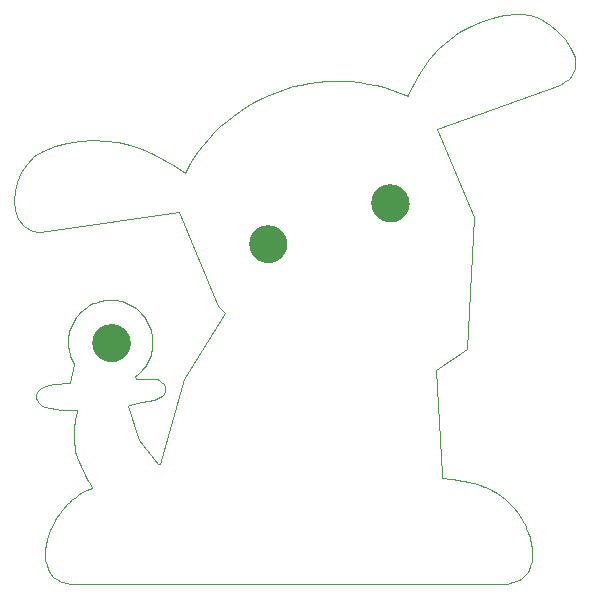
<source format=gts>
G75*
G70*
%OFA0B0*%
%FSLAX24Y24*%
%IPPOS*%
%LPD*%
%AMOC8*
5,1,8,0,0,1.08239X$1,22.5*
%
%ADD10C,0.0000*%
%ADD11C,0.1260*%
D10*
X001382Y000617D02*
X001342Y000762D01*
X001315Y000858D01*
X001302Y000906D01*
X001299Y001092D01*
X001296Y001216D01*
X001295Y001278D01*
X001329Y001461D01*
X001352Y001583D01*
X001363Y001644D01*
X001427Y001821D01*
X001469Y001939D01*
X001491Y001998D01*
X001580Y002165D01*
X001640Y002277D01*
X001670Y002333D01*
X001784Y002488D01*
X001859Y002592D01*
X001897Y002643D01*
X002035Y002782D01*
X002126Y002875D01*
X002172Y002921D01*
X002331Y003039D01*
X002438Y003118D01*
X002491Y003157D01*
X002670Y003250D01*
X002789Y003311D01*
X002849Y003342D01*
X002774Y003482D01*
X002724Y003576D01*
X002698Y003623D01*
X002626Y003764D01*
X002578Y003858D01*
X002554Y003905D01*
X002487Y004049D01*
X002442Y004145D01*
X002420Y004192D01*
X002363Y004361D01*
X002325Y004474D01*
X002306Y004530D01*
X002278Y004705D01*
X002259Y004821D01*
X002249Y004879D01*
X002246Y005056D01*
X002245Y005174D01*
X002244Y005232D01*
X002264Y005408D01*
X002277Y005525D01*
X002283Y005584D01*
X002320Y005757D01*
X002345Y005873D01*
X002357Y005931D01*
X002323Y005931D01*
X002045Y005940D01*
X001760Y005946D01*
X001717Y005950D01*
X001591Y005968D01*
X001507Y005981D01*
X001464Y005987D01*
X001300Y006042D01*
X001190Y006079D01*
X001078Y006158D01*
X001028Y006248D01*
X000988Y006338D01*
X000988Y006448D01*
X001048Y006573D01*
X001158Y006668D01*
X001313Y006738D01*
X001548Y006788D01*
X002108Y006838D01*
X002258Y007468D01*
X002221Y007533D01*
X002188Y007600D01*
X002158Y007669D01*
X002132Y007739D01*
X002110Y007810D01*
X002092Y007883D01*
X002077Y007956D01*
X002066Y008030D01*
X002060Y008104D01*
X002057Y008179D01*
X002058Y008254D01*
X002064Y008328D01*
X002073Y008403D01*
X002086Y008476D01*
X002103Y008549D01*
X002124Y008621D01*
X002148Y008691D01*
X002176Y008761D01*
X002208Y008828D01*
X002244Y008894D01*
X002283Y008958D01*
X002325Y009020D01*
X002371Y009079D01*
X002419Y009136D01*
X002471Y009190D01*
X002525Y009241D01*
X002582Y009290D01*
X002641Y009335D01*
X002703Y009377D01*
X002767Y009416D01*
X002833Y009451D01*
X002901Y009483D01*
X002970Y009511D01*
X003041Y009536D01*
X003112Y009556D01*
X003185Y009573D01*
X003259Y009586D01*
X003333Y009595D01*
X003408Y009600D01*
X003483Y009601D01*
X003557Y009598D01*
X003632Y009591D01*
X003706Y009580D01*
X003779Y009566D01*
X003851Y009547D01*
X003923Y009525D01*
X003993Y009498D01*
X004061Y009468D01*
X004128Y009435D01*
X004193Y009398D01*
X004256Y009358D01*
X004317Y009314D01*
X004375Y009267D01*
X004431Y009217D01*
X004484Y009165D01*
X004534Y009109D01*
X004581Y009051D01*
X004625Y008991D01*
X004666Y008928D01*
X004703Y008863D01*
X004737Y008797D01*
X004767Y008728D01*
X004794Y008658D01*
X004817Y008587D01*
X004836Y008515D01*
X004851Y008442D01*
X004862Y008368D01*
X004869Y008293D01*
X004873Y008219D01*
X004872Y008144D01*
X004868Y008069D01*
X004859Y007995D01*
X004847Y007921D01*
X004830Y007848D01*
X004810Y007776D01*
X004786Y007706D01*
X004758Y007636D01*
X004727Y007568D01*
X004692Y007502D01*
X004654Y007438D01*
X004612Y007376D01*
X004567Y007316D01*
X004519Y007259D01*
X004468Y007204D01*
X004414Y007153D01*
X004357Y007104D01*
X004298Y007058D01*
X004308Y006968D01*
X004823Y006978D01*
X005008Y006958D01*
X005083Y006918D01*
X005173Y006878D01*
X005258Y006798D01*
X005298Y006688D01*
X005298Y006568D01*
X005258Y006468D01*
X005188Y006398D01*
X005068Y006328D01*
X004918Y006278D01*
X004538Y006198D01*
X004078Y006108D01*
X004058Y006078D01*
X004418Y004938D01*
X005068Y004128D01*
X005128Y004128D01*
X005908Y006958D01*
X006678Y008198D01*
X007288Y009178D01*
X007048Y009408D01*
X005758Y012538D01*
X001118Y011878D01*
X001098Y011878D01*
X000868Y011898D01*
X000588Y012068D01*
X000398Y012308D01*
X000288Y012588D01*
X000258Y012888D01*
X000288Y013218D01*
X000368Y013538D01*
X000428Y013698D01*
X000498Y013848D01*
X000678Y014138D01*
X000918Y014388D01*
X001218Y014568D01*
X001618Y014728D01*
X002028Y014838D01*
X002448Y014908D01*
X002868Y014928D01*
X002918Y014928D01*
X003308Y014908D01*
X003728Y014848D01*
X004128Y014748D01*
X004518Y014618D01*
X004888Y014468D01*
X005258Y014278D01*
X005608Y014068D01*
X005948Y013838D01*
X008108Y011468D02*
X008110Y011517D01*
X008116Y011566D01*
X008126Y011614D01*
X008139Y011661D01*
X008157Y011707D01*
X008178Y011751D01*
X008202Y011794D01*
X008230Y011834D01*
X008261Y011873D01*
X008295Y011908D01*
X008332Y011941D01*
X008371Y011970D01*
X008413Y011996D01*
X008456Y012019D01*
X008502Y012038D01*
X008548Y012054D01*
X008596Y012066D01*
X008644Y012074D01*
X008693Y012078D01*
X008743Y012078D01*
X008792Y012074D01*
X008840Y012066D01*
X008888Y012054D01*
X008934Y012038D01*
X008980Y012019D01*
X009023Y011996D01*
X009065Y011970D01*
X009104Y011941D01*
X009141Y011908D01*
X009175Y011873D01*
X009206Y011834D01*
X009234Y011794D01*
X009258Y011751D01*
X009279Y011707D01*
X009297Y011661D01*
X009310Y011614D01*
X009320Y011566D01*
X009326Y011517D01*
X009328Y011468D01*
X009326Y011419D01*
X009320Y011370D01*
X009310Y011322D01*
X009297Y011275D01*
X009279Y011229D01*
X009258Y011185D01*
X009234Y011142D01*
X009206Y011102D01*
X009175Y011063D01*
X009141Y011028D01*
X009104Y010995D01*
X009065Y010966D01*
X009023Y010940D01*
X008980Y010917D01*
X008934Y010898D01*
X008888Y010882D01*
X008840Y010870D01*
X008792Y010862D01*
X008743Y010858D01*
X008693Y010858D01*
X008644Y010862D01*
X008596Y010870D01*
X008548Y010882D01*
X008502Y010898D01*
X008456Y010917D01*
X008413Y010940D01*
X008371Y010966D01*
X008332Y010995D01*
X008295Y011028D01*
X008261Y011063D01*
X008230Y011102D01*
X008202Y011142D01*
X008178Y011185D01*
X008157Y011229D01*
X008139Y011275D01*
X008126Y011322D01*
X008116Y011370D01*
X008110Y011419D01*
X008108Y011468D01*
X005948Y013838D02*
X006084Y014082D01*
X006232Y014319D01*
X006391Y014549D01*
X006561Y014770D01*
X006741Y014983D01*
X006932Y015187D01*
X007133Y015382D01*
X007342Y015566D01*
X007561Y015740D01*
X007787Y015903D01*
X008022Y016055D01*
X008263Y016196D01*
X008511Y016324D01*
X008765Y016440D01*
X009024Y016544D01*
X009288Y016635D01*
X009557Y016713D01*
X009828Y016778D01*
X010103Y016830D01*
X010379Y016868D01*
X010657Y016892D01*
X010937Y016903D01*
X011216Y016901D01*
X011495Y016885D01*
X011772Y016855D01*
X012048Y016812D01*
X012322Y016755D01*
X012592Y016685D01*
X012859Y016603D01*
X013121Y016507D01*
X013378Y016398D01*
X013373Y016398D02*
X013768Y017138D01*
X014103Y017623D01*
X014388Y017953D01*
X014608Y018163D01*
X015078Y018513D01*
X015408Y018708D01*
X015798Y018878D01*
X016188Y019003D01*
X016583Y019088D01*
X017018Y019133D01*
X017168Y019133D01*
X017458Y019093D01*
X017748Y018988D01*
X018118Y018773D01*
X018368Y018573D01*
X018613Y018308D01*
X018803Y018038D01*
X018948Y017703D01*
X018958Y017323D01*
X018873Y017098D01*
X018763Y016963D01*
X018588Y016858D01*
X018448Y016768D01*
X014358Y015308D01*
X015578Y012378D01*
X015368Y007968D01*
X014328Y007268D01*
X014528Y003798D01*
X014508Y003678D01*
X014508Y003658D01*
X014809Y003625D01*
X014870Y003619D01*
X015052Y003590D01*
X015174Y003570D01*
X015234Y003561D01*
X015414Y003523D01*
X015534Y003497D01*
X015594Y003484D01*
X015789Y003421D01*
X015919Y003379D01*
X015984Y003358D01*
X016164Y003264D01*
X016283Y003202D01*
X016343Y003171D01*
X016502Y003051D01*
X016608Y002971D01*
X016661Y002932D01*
X016798Y002791D01*
X016889Y002698D01*
X016934Y002651D01*
X017048Y002495D01*
X017123Y002391D01*
X017161Y002339D01*
X017250Y002170D01*
X017310Y002058D01*
X017340Y002002D01*
X017403Y001824D01*
X017446Y001706D01*
X017467Y001647D01*
X017501Y001463D01*
X017524Y001340D01*
X017535Y001279D01*
X017533Y001093D01*
X017531Y000968D01*
X017530Y000906D01*
X017463Y000721D01*
X017419Y000597D01*
X017397Y000535D01*
X017250Y000392D01*
X017152Y000297D01*
X017103Y000250D01*
X016899Y000189D01*
X016762Y000148D01*
X016718Y000138D01*
X002158Y000138D01*
X001993Y000173D01*
X001885Y000191D01*
X001831Y000200D01*
X001694Y000283D01*
X001603Y000338D01*
X001558Y000366D01*
X001470Y000492D01*
X001411Y000575D01*
X001382Y000617D01*
X002894Y008177D02*
X002896Y008226D01*
X002902Y008275D01*
X002912Y008323D01*
X002925Y008370D01*
X002943Y008416D01*
X002964Y008460D01*
X002988Y008503D01*
X003016Y008543D01*
X003047Y008582D01*
X003081Y008617D01*
X003118Y008650D01*
X003157Y008679D01*
X003199Y008705D01*
X003242Y008728D01*
X003288Y008747D01*
X003334Y008763D01*
X003382Y008775D01*
X003430Y008783D01*
X003479Y008787D01*
X003529Y008787D01*
X003578Y008783D01*
X003626Y008775D01*
X003674Y008763D01*
X003720Y008747D01*
X003766Y008728D01*
X003809Y008705D01*
X003851Y008679D01*
X003890Y008650D01*
X003927Y008617D01*
X003961Y008582D01*
X003992Y008543D01*
X004020Y008503D01*
X004044Y008460D01*
X004065Y008416D01*
X004083Y008370D01*
X004096Y008323D01*
X004106Y008275D01*
X004112Y008226D01*
X004114Y008177D01*
X004112Y008128D01*
X004106Y008079D01*
X004096Y008031D01*
X004083Y007984D01*
X004065Y007938D01*
X004044Y007894D01*
X004020Y007851D01*
X003992Y007811D01*
X003961Y007772D01*
X003927Y007737D01*
X003890Y007704D01*
X003851Y007675D01*
X003809Y007649D01*
X003766Y007626D01*
X003720Y007607D01*
X003674Y007591D01*
X003626Y007579D01*
X003578Y007571D01*
X003529Y007567D01*
X003479Y007567D01*
X003430Y007571D01*
X003382Y007579D01*
X003334Y007591D01*
X003288Y007607D01*
X003242Y007626D01*
X003199Y007649D01*
X003157Y007675D01*
X003118Y007704D01*
X003081Y007737D01*
X003047Y007772D01*
X003016Y007811D01*
X002988Y007851D01*
X002964Y007894D01*
X002943Y007938D01*
X002925Y007984D01*
X002912Y008031D01*
X002902Y008079D01*
X002896Y008128D01*
X002894Y008177D01*
X012188Y012828D02*
X012190Y012877D01*
X012196Y012926D01*
X012206Y012974D01*
X012219Y013021D01*
X012237Y013067D01*
X012258Y013111D01*
X012282Y013154D01*
X012310Y013194D01*
X012341Y013233D01*
X012375Y013268D01*
X012412Y013301D01*
X012451Y013330D01*
X012493Y013356D01*
X012536Y013379D01*
X012582Y013398D01*
X012628Y013414D01*
X012676Y013426D01*
X012724Y013434D01*
X012773Y013438D01*
X012823Y013438D01*
X012872Y013434D01*
X012920Y013426D01*
X012968Y013414D01*
X013014Y013398D01*
X013060Y013379D01*
X013103Y013356D01*
X013145Y013330D01*
X013184Y013301D01*
X013221Y013268D01*
X013255Y013233D01*
X013286Y013194D01*
X013314Y013154D01*
X013338Y013111D01*
X013359Y013067D01*
X013377Y013021D01*
X013390Y012974D01*
X013400Y012926D01*
X013406Y012877D01*
X013408Y012828D01*
X013406Y012779D01*
X013400Y012730D01*
X013390Y012682D01*
X013377Y012635D01*
X013359Y012589D01*
X013338Y012545D01*
X013314Y012502D01*
X013286Y012462D01*
X013255Y012423D01*
X013221Y012388D01*
X013184Y012355D01*
X013145Y012326D01*
X013103Y012300D01*
X013060Y012277D01*
X013014Y012258D01*
X012968Y012242D01*
X012920Y012230D01*
X012872Y012222D01*
X012823Y012218D01*
X012773Y012218D01*
X012724Y012222D01*
X012676Y012230D01*
X012628Y012242D01*
X012582Y012258D01*
X012536Y012277D01*
X012493Y012300D01*
X012451Y012326D01*
X012412Y012355D01*
X012375Y012388D01*
X012341Y012423D01*
X012310Y012462D01*
X012282Y012502D01*
X012258Y012545D01*
X012237Y012589D01*
X012219Y012635D01*
X012206Y012682D01*
X012196Y012730D01*
X012190Y012779D01*
X012188Y012828D01*
D11*
X012798Y012828D03*
X008718Y011468D03*
X003504Y008177D03*
M02*

</source>
